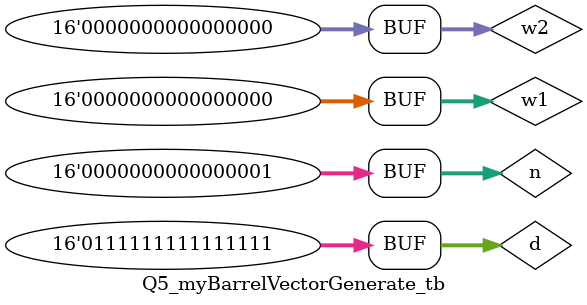
<source format=sv>
`timescale 1ns/1ns
module Q5_myBarrelVectorGenerate_tb ();
	logic [15:0]w1 = 0;
	logic [15:0]w2 = 0;
	logic [15:0]d = 1+2+4+8+16+32+64+128+256+512+1024+2048+4096+8192+16384;
	logic [15:0]n = 1;
	Q5_myBarrelVectorGenerate UUT1 (w1, d, n);
	Q6_myBarrelVectorCondition UUT2 (w2, d, n);
	initial repeat (16) 
	#500 n = n*2;
endmodule
</source>
